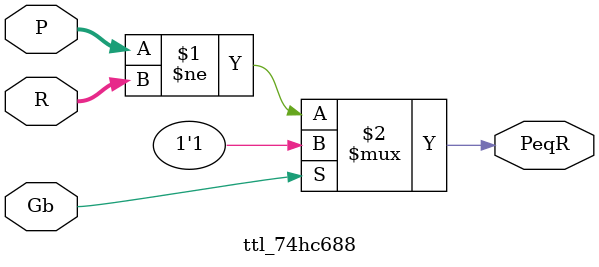
<source format=v>
module ttl_74hc688(
	input [7:0] P,
	input [7:0] R,
	input Gb,
	output PeqR
);

assign #20 PeqR = Gb ? 1'b1 : P != R;

endmodule

</source>
